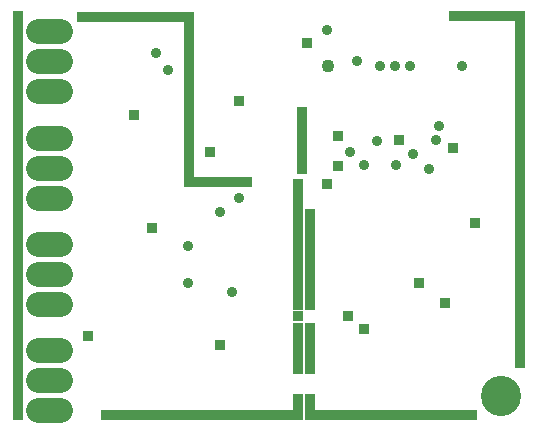
<source format=gbs>
G75*
%MOIN*%
%OFA0B0*%
%FSLAX24Y24*%
%IPPOS*%
%LPD*%
%AMOC8*
5,1,8,0,0,1.08239X$1,22.5*
%
%ADD10C,0.1340*%
%ADD11C,0.0820*%
%ADD12C,0.0434*%
%ADD13C,0.0356*%
%ADD14C,0.0360*%
%ADD15R,0.0360X0.0360*%
D10*
X017070Y001361D03*
D11*
X002361Y000889D02*
X001621Y000889D01*
X001621Y001889D02*
X002361Y001889D01*
X002361Y002889D02*
X001621Y002889D01*
X001621Y004432D02*
X002361Y004432D01*
X002361Y005432D02*
X001621Y005432D01*
X001621Y006432D02*
X002361Y006432D01*
X002361Y007975D02*
X001621Y007975D01*
X001621Y008975D02*
X002361Y008975D01*
X002361Y009975D02*
X001621Y009975D01*
X001621Y011519D02*
X002361Y011519D01*
X002361Y012519D02*
X001621Y012519D01*
X001621Y013519D02*
X002361Y013519D01*
D12*
X011282Y012385D03*
D13*
X015771Y012385D03*
D14*
X014038Y012385D03*
X013526Y012385D03*
X013015Y012385D03*
X012267Y012542D03*
X011243Y013566D03*
X014983Y010377D03*
X014904Y009904D03*
X014117Y009432D03*
X013566Y009078D03*
X012936Y009865D03*
X012503Y009078D03*
X012030Y009511D03*
X014668Y008920D03*
X008330Y007975D03*
X007700Y007503D03*
X006637Y006361D03*
X006637Y005141D03*
X008093Y004826D03*
X005967Y012227D03*
X005574Y012818D03*
D15*
X000967Y000731D03*
X000967Y001007D03*
X000967Y001282D03*
X000967Y001558D03*
X000967Y001834D03*
X000967Y002109D03*
X000967Y002385D03*
X000967Y002621D03*
X000967Y002897D03*
X000967Y003172D03*
X000967Y003448D03*
X000967Y003684D03*
X000967Y003960D03*
X000967Y004235D03*
X000967Y004511D03*
X000967Y004786D03*
X000967Y005062D03*
X000967Y005337D03*
X000967Y005613D03*
X000967Y005889D03*
X000967Y006164D03*
X000967Y006440D03*
X000967Y006715D03*
X000967Y006991D03*
X000967Y007267D03*
X000967Y007542D03*
X000967Y007818D03*
X000967Y008093D03*
X000967Y008369D03*
X000967Y008645D03*
X000967Y008920D03*
X000967Y009196D03*
X000967Y009432D03*
X000967Y009708D03*
X000967Y009983D03*
X000967Y010259D03*
X000967Y010534D03*
X000967Y010810D03*
X000967Y011086D03*
X000967Y011361D03*
X000967Y011597D03*
X000967Y011873D03*
X000967Y012149D03*
X000967Y012424D03*
X000967Y012700D03*
X000967Y012975D03*
X000967Y013251D03*
X000967Y013487D03*
X000967Y013763D03*
X000967Y014038D03*
X003093Y013999D03*
X003369Y013999D03*
X003645Y013999D03*
X003920Y013999D03*
X004196Y013999D03*
X004471Y013999D03*
X004747Y013999D03*
X005023Y013999D03*
X005298Y013999D03*
X005574Y013999D03*
X005849Y013999D03*
X006125Y013999D03*
X006400Y013999D03*
X006676Y013999D03*
X006676Y013723D03*
X006676Y013448D03*
X006676Y013172D03*
X006676Y012897D03*
X006676Y012621D03*
X006676Y012345D03*
X006676Y012070D03*
X006676Y011794D03*
X006676Y011519D03*
X006676Y011243D03*
X006676Y010967D03*
X006676Y010692D03*
X006676Y010416D03*
X006676Y010141D03*
X006676Y009865D03*
X006676Y009589D03*
X006676Y009314D03*
X006676Y009038D03*
X006676Y008763D03*
X006676Y008487D03*
X006952Y008487D03*
X007227Y008487D03*
X007503Y008487D03*
X007778Y008487D03*
X008054Y008487D03*
X008330Y008487D03*
X008605Y008487D03*
X007345Y009511D03*
X008330Y011204D03*
X010416Y010849D03*
X010416Y010574D03*
X010416Y010298D03*
X010416Y010023D03*
X010416Y009747D03*
X010416Y009471D03*
X010416Y009196D03*
X010416Y008920D03*
X010298Y008448D03*
X010298Y008211D03*
X010298Y007936D03*
X010298Y007700D03*
X010298Y007424D03*
X010298Y007149D03*
X010298Y006873D03*
X010298Y006597D03*
X010298Y006322D03*
X010298Y006046D03*
X010298Y005771D03*
X010298Y005495D03*
X010298Y005219D03*
X010298Y004944D03*
X010298Y004668D03*
X010298Y004393D03*
X010298Y004038D03*
X010298Y003645D03*
X010298Y003369D03*
X010298Y003093D03*
X010298Y002818D03*
X010298Y002542D03*
X010298Y002267D03*
X010692Y002267D03*
X010692Y002542D03*
X010692Y002818D03*
X010692Y003093D03*
X010692Y003369D03*
X010692Y003645D03*
X010692Y004393D03*
X010692Y004668D03*
X010692Y004944D03*
X010692Y005219D03*
X010692Y005495D03*
X010692Y005771D03*
X010692Y006046D03*
X010692Y006322D03*
X010692Y006597D03*
X010692Y006873D03*
X010692Y007149D03*
X010692Y007424D03*
X011243Y008448D03*
X011637Y009038D03*
X011637Y010023D03*
X013645Y009904D03*
X015456Y009629D03*
X017700Y009629D03*
X017700Y009904D03*
X017700Y010180D03*
X017700Y010456D03*
X017700Y010731D03*
X017700Y011007D03*
X017700Y011282D03*
X017700Y011558D03*
X017700Y011834D03*
X017700Y012109D03*
X017700Y012385D03*
X017700Y012660D03*
X017700Y012936D03*
X017700Y013211D03*
X017700Y013487D03*
X017700Y013763D03*
X017700Y014038D03*
X017424Y014038D03*
X017149Y014038D03*
X016873Y014038D03*
X016597Y014038D03*
X016322Y014038D03*
X016046Y014038D03*
X015771Y014038D03*
X015495Y014038D03*
X010603Y013141D03*
X004826Y010731D03*
X005416Y006952D03*
X003290Y003369D03*
X003881Y000731D03*
X004156Y000731D03*
X004432Y000731D03*
X004708Y000731D03*
X004983Y000731D03*
X005259Y000731D03*
X005534Y000731D03*
X005810Y000731D03*
X006086Y000731D03*
X006361Y000731D03*
X006637Y000731D03*
X006912Y000731D03*
X007188Y000731D03*
X007463Y000731D03*
X007739Y000731D03*
X008015Y000731D03*
X008290Y000731D03*
X008566Y000731D03*
X008841Y000731D03*
X009117Y000731D03*
X009353Y000731D03*
X009589Y000731D03*
X009826Y000731D03*
X010062Y000731D03*
X010298Y000731D03*
X010298Y001007D03*
X010298Y001282D03*
X010692Y001282D03*
X010692Y001007D03*
X010692Y000731D03*
X010967Y000731D03*
X011204Y000731D03*
X011479Y000731D03*
X011755Y000731D03*
X011991Y000731D03*
X012267Y000731D03*
X012503Y000731D03*
X012778Y000731D03*
X013054Y000731D03*
X013330Y000731D03*
X013605Y000731D03*
X013881Y000731D03*
X014156Y000731D03*
X014432Y000731D03*
X014708Y000731D03*
X014983Y000731D03*
X015259Y000731D03*
X015534Y000731D03*
X015810Y000731D03*
X016086Y000731D03*
X017700Y002463D03*
X017700Y002739D03*
X017700Y003015D03*
X017700Y003290D03*
X017700Y003566D03*
X017700Y003841D03*
X017700Y004117D03*
X017700Y004393D03*
X017700Y004668D03*
X017700Y004944D03*
X017700Y005219D03*
X017700Y005495D03*
X017700Y005771D03*
X017700Y006046D03*
X017700Y006322D03*
X017700Y006597D03*
X017700Y006873D03*
X017700Y007149D03*
X017700Y007424D03*
X017700Y007700D03*
X017700Y007975D03*
X017700Y008251D03*
X017700Y008526D03*
X017700Y008802D03*
X017700Y009078D03*
X017700Y009353D03*
X016183Y007138D03*
X014320Y005121D03*
X015180Y004481D03*
X012491Y003595D03*
X011952Y004038D03*
X007700Y003054D03*
M02*

</source>
